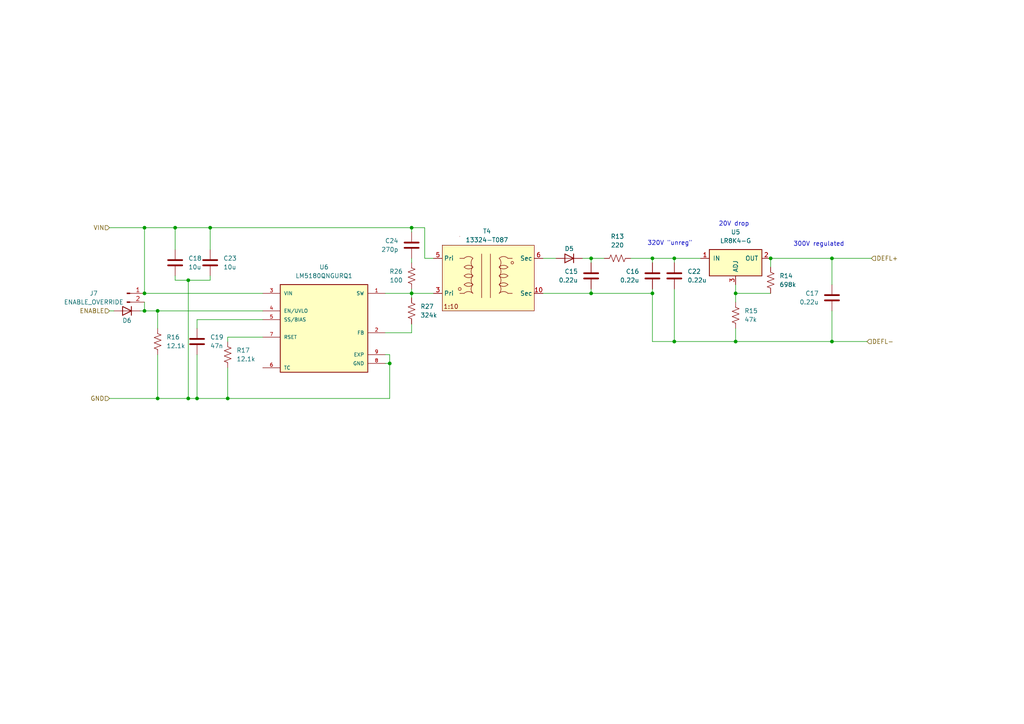
<source format=kicad_sch>
(kicad_sch
	(version 20250114)
	(generator "eeschema")
	(generator_version "9.0")
	(uuid "5d94f647-4216-4d31-91a1-5842f07261a5")
	(paper "A4")
	(lib_symbols
		(symbol "Connector:Conn_01x02_Pin"
			(pin_names
				(offset 1.016)
				(hide yes)
			)
			(exclude_from_sim no)
			(in_bom yes)
			(on_board yes)
			(property "Reference" "J"
				(at 0 2.54 0)
				(effects
					(font
						(size 1.27 1.27)
					)
				)
			)
			(property "Value" "Conn_01x02_Pin"
				(at 0 -5.08 0)
				(effects
					(font
						(size 1.27 1.27)
					)
				)
			)
			(property "Footprint" ""
				(at 0 0 0)
				(effects
					(font
						(size 1.27 1.27)
					)
					(hide yes)
				)
			)
			(property "Datasheet" "~"
				(at 0 0 0)
				(effects
					(font
						(size 1.27 1.27)
					)
					(hide yes)
				)
			)
			(property "Description" "Generic connector, single row, 01x02, script generated"
				(at 0 0 0)
				(effects
					(font
						(size 1.27 1.27)
					)
					(hide yes)
				)
			)
			(property "ki_locked" ""
				(at 0 0 0)
				(effects
					(font
						(size 1.27 1.27)
					)
				)
			)
			(property "ki_keywords" "connector"
				(at 0 0 0)
				(effects
					(font
						(size 1.27 1.27)
					)
					(hide yes)
				)
			)
			(property "ki_fp_filters" "Connector*:*_1x??_*"
				(at 0 0 0)
				(effects
					(font
						(size 1.27 1.27)
					)
					(hide yes)
				)
			)
			(symbol "Conn_01x02_Pin_1_1"
				(rectangle
					(start 0.8636 0.127)
					(end 0 -0.127)
					(stroke
						(width 0.1524)
						(type default)
					)
					(fill
						(type outline)
					)
				)
				(rectangle
					(start 0.8636 -2.413)
					(end 0 -2.667)
					(stroke
						(width 0.1524)
						(type default)
					)
					(fill
						(type outline)
					)
				)
				(polyline
					(pts
						(xy 1.27 0) (xy 0.8636 0)
					)
					(stroke
						(width 0.1524)
						(type default)
					)
					(fill
						(type none)
					)
				)
				(polyline
					(pts
						(xy 1.27 -2.54) (xy 0.8636 -2.54)
					)
					(stroke
						(width 0.1524)
						(type default)
					)
					(fill
						(type none)
					)
				)
				(pin passive line
					(at 5.08 0 180)
					(length 3.81)
					(name "Pin_1"
						(effects
							(font
								(size 1.27 1.27)
							)
						)
					)
					(number "1"
						(effects
							(font
								(size 1.27 1.27)
							)
						)
					)
				)
				(pin passive line
					(at 5.08 -2.54 180)
					(length 3.81)
					(name "Pin_2"
						(effects
							(font
								(size 1.27 1.27)
							)
						)
					)
					(number "2"
						(effects
							(font
								(size 1.27 1.27)
							)
						)
					)
				)
			)
			(embedded_fonts no)
		)
		(symbol "Device:C"
			(pin_numbers
				(hide yes)
			)
			(pin_names
				(offset 0.254)
			)
			(exclude_from_sim no)
			(in_bom yes)
			(on_board yes)
			(property "Reference" "C"
				(at 0.635 2.54 0)
				(effects
					(font
						(size 1.27 1.27)
					)
					(justify left)
				)
			)
			(property "Value" "C"
				(at 0.635 -2.54 0)
				(effects
					(font
						(size 1.27 1.27)
					)
					(justify left)
				)
			)
			(property "Footprint" ""
				(at 0.9652 -3.81 0)
				(effects
					(font
						(size 1.27 1.27)
					)
					(hide yes)
				)
			)
			(property "Datasheet" "~"
				(at 0 0 0)
				(effects
					(font
						(size 1.27 1.27)
					)
					(hide yes)
				)
			)
			(property "Description" "Unpolarized capacitor"
				(at 0 0 0)
				(effects
					(font
						(size 1.27 1.27)
					)
					(hide yes)
				)
			)
			(property "ki_keywords" "cap capacitor"
				(at 0 0 0)
				(effects
					(font
						(size 1.27 1.27)
					)
					(hide yes)
				)
			)
			(property "ki_fp_filters" "C_*"
				(at 0 0 0)
				(effects
					(font
						(size 1.27 1.27)
					)
					(hide yes)
				)
			)
			(symbol "C_0_1"
				(polyline
					(pts
						(xy -2.032 0.762) (xy 2.032 0.762)
					)
					(stroke
						(width 0.508)
						(type default)
					)
					(fill
						(type none)
					)
				)
				(polyline
					(pts
						(xy -2.032 -0.762) (xy 2.032 -0.762)
					)
					(stroke
						(width 0.508)
						(type default)
					)
					(fill
						(type none)
					)
				)
			)
			(symbol "C_1_1"
				(pin passive line
					(at 0 3.81 270)
					(length 2.794)
					(name "~"
						(effects
							(font
								(size 1.27 1.27)
							)
						)
					)
					(number "1"
						(effects
							(font
								(size 1.27 1.27)
							)
						)
					)
				)
				(pin passive line
					(at 0 -3.81 90)
					(length 2.794)
					(name "~"
						(effects
							(font
								(size 1.27 1.27)
							)
						)
					)
					(number "2"
						(effects
							(font
								(size 1.27 1.27)
							)
						)
					)
				)
			)
			(embedded_fonts no)
		)
		(symbol "Device:D"
			(pin_numbers
				(hide yes)
			)
			(pin_names
				(offset 1.016)
				(hide yes)
			)
			(exclude_from_sim no)
			(in_bom yes)
			(on_board yes)
			(property "Reference" "D"
				(at 0 2.54 0)
				(effects
					(font
						(size 1.27 1.27)
					)
				)
			)
			(property "Value" "D"
				(at 0 -2.54 0)
				(effects
					(font
						(size 1.27 1.27)
					)
				)
			)
			(property "Footprint" ""
				(at 0 0 0)
				(effects
					(font
						(size 1.27 1.27)
					)
					(hide yes)
				)
			)
			(property "Datasheet" "~"
				(at 0 0 0)
				(effects
					(font
						(size 1.27 1.27)
					)
					(hide yes)
				)
			)
			(property "Description" "Diode"
				(at 0 0 0)
				(effects
					(font
						(size 1.27 1.27)
					)
					(hide yes)
				)
			)
			(property "Sim.Device" "D"
				(at 0 0 0)
				(effects
					(font
						(size 1.27 1.27)
					)
					(hide yes)
				)
			)
			(property "Sim.Pins" "1=K 2=A"
				(at 0 0 0)
				(effects
					(font
						(size 1.27 1.27)
					)
					(hide yes)
				)
			)
			(property "ki_keywords" "diode"
				(at 0 0 0)
				(effects
					(font
						(size 1.27 1.27)
					)
					(hide yes)
				)
			)
			(property "ki_fp_filters" "TO-???* *_Diode_* *SingleDiode* D_*"
				(at 0 0 0)
				(effects
					(font
						(size 1.27 1.27)
					)
					(hide yes)
				)
			)
			(symbol "D_0_1"
				(polyline
					(pts
						(xy -1.27 1.27) (xy -1.27 -1.27)
					)
					(stroke
						(width 0.254)
						(type default)
					)
					(fill
						(type none)
					)
				)
				(polyline
					(pts
						(xy 1.27 1.27) (xy 1.27 -1.27) (xy -1.27 0) (xy 1.27 1.27)
					)
					(stroke
						(width 0.254)
						(type default)
					)
					(fill
						(type none)
					)
				)
				(polyline
					(pts
						(xy 1.27 0) (xy -1.27 0)
					)
					(stroke
						(width 0)
						(type default)
					)
					(fill
						(type none)
					)
				)
			)
			(symbol "D_1_1"
				(pin passive line
					(at -3.81 0 0)
					(length 2.54)
					(name "K"
						(effects
							(font
								(size 1.27 1.27)
							)
						)
					)
					(number "1"
						(effects
							(font
								(size 1.27 1.27)
							)
						)
					)
				)
				(pin passive line
					(at 3.81 0 180)
					(length 2.54)
					(name "A"
						(effects
							(font
								(size 1.27 1.27)
							)
						)
					)
					(number "2"
						(effects
							(font
								(size 1.27 1.27)
							)
						)
					)
				)
			)
			(embedded_fonts no)
		)
		(symbol "Device:R_US"
			(pin_numbers
				(hide yes)
			)
			(pin_names
				(offset 0)
			)
			(exclude_from_sim no)
			(in_bom yes)
			(on_board yes)
			(property "Reference" "R"
				(at 2.54 0 90)
				(effects
					(font
						(size 1.27 1.27)
					)
				)
			)
			(property "Value" "R_US"
				(at -2.54 0 90)
				(effects
					(font
						(size 1.27 1.27)
					)
				)
			)
			(property "Footprint" ""
				(at 1.016 -0.254 90)
				(effects
					(font
						(size 1.27 1.27)
					)
					(hide yes)
				)
			)
			(property "Datasheet" "~"
				(at 0 0 0)
				(effects
					(font
						(size 1.27 1.27)
					)
					(hide yes)
				)
			)
			(property "Description" "Resistor, US symbol"
				(at 0 0 0)
				(effects
					(font
						(size 1.27 1.27)
					)
					(hide yes)
				)
			)
			(property "ki_keywords" "R res resistor"
				(at 0 0 0)
				(effects
					(font
						(size 1.27 1.27)
					)
					(hide yes)
				)
			)
			(property "ki_fp_filters" "R_*"
				(at 0 0 0)
				(effects
					(font
						(size 1.27 1.27)
					)
					(hide yes)
				)
			)
			(symbol "R_US_0_1"
				(polyline
					(pts
						(xy 0 2.286) (xy 0 2.54)
					)
					(stroke
						(width 0)
						(type default)
					)
					(fill
						(type none)
					)
				)
				(polyline
					(pts
						(xy 0 2.286) (xy 1.016 1.905) (xy 0 1.524) (xy -1.016 1.143) (xy 0 0.762)
					)
					(stroke
						(width 0)
						(type default)
					)
					(fill
						(type none)
					)
				)
				(polyline
					(pts
						(xy 0 0.762) (xy 1.016 0.381) (xy 0 0) (xy -1.016 -0.381) (xy 0 -0.762)
					)
					(stroke
						(width 0)
						(type default)
					)
					(fill
						(type none)
					)
				)
				(polyline
					(pts
						(xy 0 -0.762) (xy 1.016 -1.143) (xy 0 -1.524) (xy -1.016 -1.905) (xy 0 -2.286)
					)
					(stroke
						(width 0)
						(type default)
					)
					(fill
						(type none)
					)
				)
				(polyline
					(pts
						(xy 0 -2.286) (xy 0 -2.54)
					)
					(stroke
						(width 0)
						(type default)
					)
					(fill
						(type none)
					)
				)
			)
			(symbol "R_US_1_1"
				(pin passive line
					(at 0 3.81 270)
					(length 1.27)
					(name "~"
						(effects
							(font
								(size 1.27 1.27)
							)
						)
					)
					(number "1"
						(effects
							(font
								(size 1.27 1.27)
							)
						)
					)
				)
				(pin passive line
					(at 0 -3.81 90)
					(length 1.27)
					(name "~"
						(effects
							(font
								(size 1.27 1.27)
							)
						)
					)
					(number "2"
						(effects
							(font
								(size 1.27 1.27)
							)
						)
					)
				)
			)
			(embedded_fonts no)
		)
		(symbol "LM5180QNGURQ1:LM5180QNGURQ1"
			(pin_names
				(offset 1.016)
			)
			(exclude_from_sim no)
			(in_bom yes)
			(on_board yes)
			(property "Reference" "U"
				(at -12.7 13.97 0)
				(effects
					(font
						(size 1.27 1.27)
					)
					(justify left bottom)
				)
			)
			(property "Value" "LM5180QNGURQ1"
				(at -12.7 -13.97 0)
				(effects
					(font
						(size 1.27 1.27)
					)
					(justify left top)
				)
			)
			(property "Footprint" "LM5180QNGURQ1:SON80P400X400X80-9N"
				(at 0 0 0)
				(effects
					(font
						(size 1.27 1.27)
					)
					(justify bottom)
					(hide yes)
				)
			)
			(property "Datasheet" ""
				(at 0 0 0)
				(effects
					(font
						(size 1.27 1.27)
					)
					(hide yes)
				)
			)
			(property "Description" ""
				(at 0 0 0)
				(effects
					(font
						(size 1.27 1.27)
					)
					(hide yes)
				)
			)
			(property "MF" "Texas Instruments"
				(at 0 0 0)
				(effects
					(font
						(size 1.27 1.27)
					)
					(justify bottom)
					(hide yes)
				)
			)
			(property "MAXIMUM_PACKAGE_HEIGHT" "0.8 mm"
				(at 0 0 0)
				(effects
					(font
						(size 1.27 1.27)
					)
					(justify bottom)
					(hide yes)
				)
			)
			(property "Package" "WSON-8 Texas Instruments"
				(at 0 0 0)
				(effects
					(font
						(size 1.27 1.27)
					)
					(justify bottom)
					(hide yes)
				)
			)
			(property "Price" "None"
				(at 0 0 0)
				(effects
					(font
						(size 1.27 1.27)
					)
					(justify bottom)
					(hide yes)
				)
			)
			(property "Check_prices" "https://www.snapeda.com/parts/LM5180QNGURQ1/Texas+Instruments/view-part/?ref=eda"
				(at 0 0 0)
				(effects
					(font
						(size 1.27 1.27)
					)
					(justify bottom)
					(hide yes)
				)
			)
			(property "STANDARD" "IPC 7351B"
				(at 0 0 0)
				(effects
					(font
						(size 1.27 1.27)
					)
					(justify bottom)
					(hide yes)
				)
			)
			(property "PARTREV" "A"
				(at 0 0 0)
				(effects
					(font
						(size 1.27 1.27)
					)
					(justify bottom)
					(hide yes)
				)
			)
			(property "SnapEDA_Link" "https://www.snapeda.com/parts/LM5180QNGURQ1/Texas+Instruments/view-part/?ref=snap"
				(at 0 0 0)
				(effects
					(font
						(size 1.27 1.27)
					)
					(justify bottom)
					(hide yes)
				)
			)
			(property "MP" "LM5180QNGURQ1"
				(at 0 0 0)
				(effects
					(font
						(size 1.27 1.27)
					)
					(justify bottom)
					(hide yes)
				)
			)
			(property "Description_1" "\n                        \n                            Automotive 65-VIN no-opto flyback converter with 100-V, 1.5-A integrated MOSFET\n                        \n"
				(at 0 0 0)
				(effects
					(font
						(size 1.27 1.27)
					)
					(justify bottom)
					(hide yes)
				)
			)
			(property "Availability" "In Stock"
				(at 0 0 0)
				(effects
					(font
						(size 1.27 1.27)
					)
					(justify bottom)
					(hide yes)
				)
			)
			(property "MANUFACTURER" "Texas Instruments"
				(at 0 0 0)
				(effects
					(font
						(size 1.27 1.27)
					)
					(justify bottom)
					(hide yes)
				)
			)
			(symbol "LM5180QNGURQ1_0_0"
				(rectangle
					(start -12.7 -12.7)
					(end 12.7 12.7)
					(stroke
						(width 0.254)
						(type default)
					)
					(fill
						(type background)
					)
				)
				(pin input line
					(at -17.78 10.16 0)
					(length 5.08)
					(name "VIN"
						(effects
							(font
								(size 1.016 1.016)
							)
						)
					)
					(number "3"
						(effects
							(font
								(size 1.016 1.016)
							)
						)
					)
				)
				(pin input line
					(at -17.78 5.08 0)
					(length 5.08)
					(name "EN/UVLO"
						(effects
							(font
								(size 1.016 1.016)
							)
						)
					)
					(number "4"
						(effects
							(font
								(size 1.016 1.016)
							)
						)
					)
				)
				(pin input line
					(at -17.78 2.54 0)
					(length 5.08)
					(name "SS/BIAS"
						(effects
							(font
								(size 1.016 1.016)
							)
						)
					)
					(number "5"
						(effects
							(font
								(size 1.016 1.016)
							)
						)
					)
				)
				(pin passive line
					(at -17.78 -2.54 0)
					(length 5.08)
					(name "RSET"
						(effects
							(font
								(size 1.016 1.016)
							)
						)
					)
					(number "7"
						(effects
							(font
								(size 1.016 1.016)
							)
						)
					)
				)
				(pin passive line
					(at -17.78 -11.43 0)
					(length 5.08)
					(name "TC"
						(effects
							(font
								(size 1.016 1.016)
							)
						)
					)
					(number "6"
						(effects
							(font
								(size 1.016 1.016)
							)
						)
					)
				)
				(pin output line
					(at 17.78 10.16 180)
					(length 5.08)
					(name "SW"
						(effects
							(font
								(size 1.016 1.016)
							)
						)
					)
					(number "1"
						(effects
							(font
								(size 1.016 1.016)
							)
						)
					)
				)
				(pin input line
					(at 17.78 -1.27 180)
					(length 5.08)
					(name "FB"
						(effects
							(font
								(size 1.016 1.016)
							)
						)
					)
					(number "2"
						(effects
							(font
								(size 1.016 1.016)
							)
						)
					)
				)
				(pin power_in line
					(at 17.78 -7.62 180)
					(length 5.08)
					(name "EXP"
						(effects
							(font
								(size 1.016 1.016)
							)
						)
					)
					(number "9"
						(effects
							(font
								(size 1.016 1.016)
							)
						)
					)
				)
				(pin power_in line
					(at 17.78 -10.16 180)
					(length 5.08)
					(name "GND"
						(effects
							(font
								(size 1.016 1.016)
							)
						)
					)
					(number "8"
						(effects
							(font
								(size 1.016 1.016)
							)
						)
					)
				)
			)
			(embedded_fonts no)
		)
		(symbol "Regulator_Linear:LR8K4-G"
			(pin_names
				(offset 1.016)
			)
			(exclude_from_sim no)
			(in_bom yes)
			(on_board yes)
			(property "Reference" "U"
				(at -7.62 3.81 0)
				(effects
					(font
						(size 1.27 1.27)
					)
					(justify left)
				)
			)
			(property "Value" "LR8K4-G"
				(at 0 3.81 0)
				(effects
					(font
						(size 1.27 1.27)
					)
					(justify left)
				)
			)
			(property "Footprint" "Package_TO_SOT_SMD:TO-252-2"
				(at 0 -11.43 0)
				(effects
					(font
						(size 1.27 1.27)
					)
					(hide yes)
				)
			)
			(property "Datasheet" "http://ww1.microchip.com/downloads/en/DeviceDoc/20005399B.pdf"
				(at 0 0 0)
				(effects
					(font
						(size 1.27 1.27)
					)
					(hide yes)
				)
			)
			(property "Description" "30mA 450V High-Voltage Linear Regulator (Adjustable), TO-252 (D-PAK)"
				(at 0 0 0)
				(effects
					(font
						(size 1.27 1.27)
					)
					(hide yes)
				)
			)
			(property "ki_keywords" "High-Voltage Regulator Adjustable Positive"
				(at 0 0 0)
				(effects
					(font
						(size 1.27 1.27)
					)
					(hide yes)
				)
			)
			(property "ki_fp_filters" "TO*252*"
				(at 0 0 0)
				(effects
					(font
						(size 1.27 1.27)
					)
					(hide yes)
				)
			)
			(symbol "LR8K4-G_0_1"
				(rectangle
					(start -7.62 2.54)
					(end 7.62 -5.08)
					(stroke
						(width 0.254)
						(type default)
					)
					(fill
						(type background)
					)
				)
			)
			(symbol "LR8K4-G_1_1"
				(pin input line
					(at -10.16 0 0)
					(length 2.54)
					(name "IN"
						(effects
							(font
								(size 1.27 1.27)
							)
						)
					)
					(number "1"
						(effects
							(font
								(size 1.27 1.27)
							)
						)
					)
				)
				(pin input line
					(at 0 -7.62 90)
					(length 2.54)
					(name "ADJ"
						(effects
							(font
								(size 1.27 1.27)
							)
						)
					)
					(number "3"
						(effects
							(font
								(size 1.27 1.27)
							)
						)
					)
				)
				(pin power_out line
					(at 10.16 0 180)
					(length 2.54)
					(name "OUT"
						(effects
							(font
								(size 1.27 1.27)
							)
						)
					)
					(number "2"
						(effects
							(font
								(size 1.27 1.27)
							)
						)
					)
				)
			)
			(embedded_fonts no)
		)
		(symbol "Sumida_13324-T087:13324-T087"
			(exclude_from_sim no)
			(in_bom yes)
			(on_board yes)
			(property "Reference" "T"
				(at 10.8791 -11.4497 0)
				(effects
					(font
						(size 1.27 1.27)
					)
				)
			)
			(property "Value" "13324-T087"
				(at 7.4953 -8.9709 0)
				(effects
					(font
						(size 1.27 1.27)
					)
				)
			)
			(property "Footprint" "13324-T087:13324-T087"
				(at 0 -13.97 0)
				(effects
					(font
						(size 1.27 1.27)
					)
					(hide yes)
				)
			)
			(property "Datasheet" ""
				(at -10.16 -11.43 0)
				(effects
					(font
						(size 1.27 1.27)
					)
					(hide yes)
				)
			)
			(property "Description" ""
				(at 0 0 0)
				(effects
					(font
						(size 1.27 1.27)
					)
					(hide yes)
				)
			)
			(symbol "13324-T087_0_0"
				(circle
					(center -7.62 -3.81)
					(radius 0.4118)
					(stroke
						(width 0)
						(type default)
					)
					(fill
						(type none)
					)
				)
				(circle
					(center 7.62 3.81)
					(radius 0.3652)
					(stroke
						(width 0)
						(type default)
					)
					(fill
						(type none)
					)
				)
				(text "1:10"
					(at -10.16 -8.89 0)
					(effects
						(font
							(size 1.27 1.27)
						)
					)
				)
			)
			(symbol "13324-T087_0_1"
				(rectangle
					(start -12.7 8.89)
					(end -12.7 8.89)
					(stroke
						(width 0)
						(type default)
					)
					(fill
						(type none)
					)
				)
				(rectangle
					(start -12.7 8.89)
					(end 13.97 -10.16)
					(stroke
						(width 0)
						(type default)
					)
					(fill
						(type background)
					)
				)
				(rectangle
					(start -10.16 8.89)
					(end -10.16 8.89)
					(stroke
						(width 0)
						(type default)
					)
					(fill
						(type none)
					)
				)
				(rectangle
					(start -7.62 11.43)
					(end -7.62 11.43)
					(stroke
						(width 0)
						(type default)
					)
					(fill
						(type none)
					)
				)
				(polyline
					(pts
						(xy -7.62 5.08) (xy -6.35 5.08)
					)
					(stroke
						(width 0)
						(type default)
					)
					(fill
						(type none)
					)
				)
				(polyline
					(pts
						(xy -6.35 -5.08) (xy -7.62 -5.08)
					)
					(stroke
						(width 0)
						(type default)
					)
					(fill
						(type none)
					)
				)
				(arc
					(start -3.81 2.54)
					(mid -5.08 2.014)
					(end -6.35 2.54)
					(stroke
						(width 0)
						(type default)
					)
					(fill
						(type none)
					)
				)
				(arc
					(start -6.35 5.08)
					(mid -5.08 5.606)
					(end -3.81 5.08)
					(stroke
						(width 0)
						(type default)
					)
					(fill
						(type none)
					)
				)
				(arc
					(start -3.81 0)
					(mid -5.08 -0.526)
					(end -6.35 0)
					(stroke
						(width 0)
						(type default)
					)
					(fill
						(type none)
					)
				)
				(arc
					(start -6.35 2.54)
					(mid -5.08 3.066)
					(end -3.81 2.54)
					(stroke
						(width 0)
						(type default)
					)
					(fill
						(type none)
					)
				)
				(arc
					(start -3.81 -2.54)
					(mid -5.08 -3.066)
					(end -6.35 -2.54)
					(stroke
						(width 0)
						(type default)
					)
					(fill
						(type none)
					)
				)
				(arc
					(start -6.35 0)
					(mid -5.08 0.526)
					(end -3.81 0)
					(stroke
						(width 0)
						(type default)
					)
					(fill
						(type none)
					)
				)
				(arc
					(start -6.35 -2.54)
					(mid -5.08 -2.014)
					(end -3.81 -2.54)
					(stroke
						(width 0)
						(type default)
					)
					(fill
						(type none)
					)
				)
				(arc
					(start -6.35 -5.08)
					(mid -5.08 -4.554)
					(end -3.81 -5.08)
					(stroke
						(width 0)
						(type default)
					)
					(fill
						(type none)
					)
				)
				(arc
					(start -3.81 2.54)
					(mid -4.336 3.81)
					(end -3.81 5.08)
					(stroke
						(width 0)
						(type default)
					)
					(fill
						(type none)
					)
				)
				(arc
					(start -3.81 0)
					(mid -4.336 1.27)
					(end -3.81 2.54)
					(stroke
						(width 0)
						(type default)
					)
					(fill
						(type none)
					)
				)
				(arc
					(start -3.81 -2.54)
					(mid -4.336 -1.27)
					(end -3.81 0)
					(stroke
						(width 0)
						(type default)
					)
					(fill
						(type none)
					)
				)
				(arc
					(start -3.81 -5.08)
					(mid -4.336 -3.81)
					(end -3.81 -2.54)
					(stroke
						(width 0)
						(type default)
					)
					(fill
						(type none)
					)
				)
				(polyline
					(pts
						(xy -1.27 6.35) (xy -1.27 -6.35)
					)
					(stroke
						(width 0)
						(type default)
					)
					(fill
						(type none)
					)
				)
				(polyline
					(pts
						(xy 1.27 6.35) (xy 1.27 -6.35)
					)
					(stroke
						(width 0)
						(type default)
					)
					(fill
						(type none)
					)
				)
				(arc
					(start 3.81 5.08)
					(mid 4.3361 3.81)
					(end 3.81 2.54)
					(stroke
						(width 0)
						(type default)
					)
					(fill
						(type none)
					)
				)
				(arc
					(start 3.81 2.54)
					(mid 4.3361 1.27)
					(end 3.81 0)
					(stroke
						(width 0)
						(type default)
					)
					(fill
						(type none)
					)
				)
				(arc
					(start 3.81 0)
					(mid 4.3361 -1.27)
					(end 3.81 -2.54)
					(stroke
						(width 0)
						(type default)
					)
					(fill
						(type none)
					)
				)
				(arc
					(start 3.81 -2.54)
					(mid 4.3361 -3.81)
					(end 3.81 -5.08)
					(stroke
						(width 0)
						(type default)
					)
					(fill
						(type none)
					)
				)
				(arc
					(start 6.35 2.54)
					(mid 5.08 2.014)
					(end 3.81 2.54)
					(stroke
						(width 0)
						(type default)
					)
					(fill
						(type none)
					)
				)
				(arc
					(start 3.81 5.08)
					(mid 5.08 5.606)
					(end 6.35 5.08)
					(stroke
						(width 0)
						(type default)
					)
					(fill
						(type none)
					)
				)
				(arc
					(start 6.35 0)
					(mid 5.08 -0.526)
					(end 3.81 0)
					(stroke
						(width 0)
						(type default)
					)
					(fill
						(type none)
					)
				)
				(arc
					(start 3.81 2.54)
					(mid 5.08 3.066)
					(end 6.35 2.54)
					(stroke
						(width 0)
						(type default)
					)
					(fill
						(type none)
					)
				)
				(arc
					(start 6.35 -2.54)
					(mid 5.08 -3.066)
					(end 3.81 -2.54)
					(stroke
						(width 0)
						(type default)
					)
					(fill
						(type none)
					)
				)
				(arc
					(start 3.81 0)
					(mid 5.08 0.526)
					(end 6.35 0)
					(stroke
						(width 0)
						(type default)
					)
					(fill
						(type none)
					)
				)
				(arc
					(start 3.81 -2.54)
					(mid 5.08 -2.014)
					(end 6.35 -2.54)
					(stroke
						(width 0)
						(type default)
					)
					(fill
						(type none)
					)
				)
				(arc
					(start 3.81 -5.08)
					(mid 5.08 -4.554)
					(end 6.35 -5.08)
					(stroke
						(width 0)
						(type default)
					)
					(fill
						(type none)
					)
				)
				(polyline
					(pts
						(xy 6.35 -5.08) (xy 7.62 -5.08)
					)
					(stroke
						(width 0)
						(type default)
					)
					(fill
						(type none)
					)
				)
				(polyline
					(pts
						(xy 7.62 5.08) (xy 6.35 5.08)
					)
					(stroke
						(width 0)
						(type default)
					)
					(fill
						(type none)
					)
				)
			)
			(symbol "13324-T087_1_1"
				(pin input line
					(at -15.24 5.08 0)
					(length 2.54)
					(name "Pri"
						(effects
							(font
								(size 1.27 1.27)
							)
						)
					)
					(number "5"
						(effects
							(font
								(size 1.27 1.27)
							)
						)
					)
				)
				(pin input line
					(at -15.24 -5.08 0)
					(length 2.54)
					(name "Pri"
						(effects
							(font
								(size 1.27 1.27)
							)
						)
					)
					(number "3"
						(effects
							(font
								(size 1.27 1.27)
							)
						)
					)
				)
				(pin output line
					(at 16.51 5.08 180)
					(length 2.54)
					(name "Sec"
						(effects
							(font
								(size 1.27 1.27)
							)
						)
					)
					(number "6"
						(effects
							(font
								(size 1.27 1.27)
							)
						)
					)
				)
				(pin output line
					(at 16.51 -5.08 180)
					(length 2.54)
					(name "Sec"
						(effects
							(font
								(size 1.27 1.27)
							)
						)
					)
					(number "10"
						(effects
							(font
								(size 1.27 1.27)
							)
						)
					)
				)
			)
			(embedded_fonts no)
		)
	)
	(text "320V \"unreg\"\n"
		(exclude_from_sim no)
		(at 194.31 70.612 0)
		(effects
			(font
				(size 1.27 1.27)
			)
		)
		(uuid "4b50a6fa-9730-4b5c-9134-0f75692c2e20")
	)
	(text "20V drop "
		(exclude_from_sim no)
		(at 213.36 65.024 0)
		(effects
			(font
				(size 1.27 1.27)
			)
		)
		(uuid "e8099511-6bb5-40a1-b5e9-53eb6b528016")
	)
	(text "300V regulated"
		(exclude_from_sim no)
		(at 237.49 70.866 0)
		(effects
			(font
				(size 1.27 1.27)
			)
		)
		(uuid "ed1182b4-98a0-4400-82b9-209b97806119")
	)
	(junction
		(at 54.61 81.28)
		(diameter 0)
		(color 0 0 0 0)
		(uuid "06dd3d66-edc0-4279-a651-237ba7338707")
	)
	(junction
		(at 45.72 115.57)
		(diameter 0)
		(color 0 0 0 0)
		(uuid "0a069b1d-b738-42b3-b246-eececbf94828")
	)
	(junction
		(at 119.38 85.09)
		(diameter 0)
		(color 0 0 0 0)
		(uuid "16e89cbd-5ce8-48be-a090-2ce0583fc960")
	)
	(junction
		(at 195.58 99.06)
		(diameter 0)
		(color 0 0 0 0)
		(uuid "1f693c05-c768-40b0-82e9-4d9c16f72520")
	)
	(junction
		(at 213.36 85.09)
		(diameter 0)
		(color 0 0 0 0)
		(uuid "203bb85c-80e9-4fbc-9693-7171827ed306")
	)
	(junction
		(at 66.04 115.57)
		(diameter 0)
		(color 0 0 0 0)
		(uuid "206e5531-bbca-4f38-a175-dca1c84c3fd9")
	)
	(junction
		(at 54.61 115.57)
		(diameter 0)
		(color 0 0 0 0)
		(uuid "260400f2-faf0-4043-966d-79bad0e14d40")
	)
	(junction
		(at 241.3 74.93)
		(diameter 0)
		(color 0 0 0 0)
		(uuid "2ee3f450-d615-4352-98c7-97826f924c03")
	)
	(junction
		(at 113.03 105.41)
		(diameter 0)
		(color 0 0 0 0)
		(uuid "3046461c-008b-470c-a13c-8e1911796829")
	)
	(junction
		(at 41.91 90.17)
		(diameter 0)
		(color 0 0 0 0)
		(uuid "37c281e6-870b-4f6b-8ccf-acb90c0521c3")
	)
	(junction
		(at 119.38 66.04)
		(diameter 0)
		(color 0 0 0 0)
		(uuid "42fc6719-b235-482d-9541-381b64724877")
	)
	(junction
		(at 60.96 66.04)
		(diameter 0)
		(color 0 0 0 0)
		(uuid "4b4bb6b3-d7bc-490f-9c23-481e4482f78c")
	)
	(junction
		(at 195.58 74.93)
		(diameter 0)
		(color 0 0 0 0)
		(uuid "4ec8163c-3bf5-4919-b021-dd1e472a78d2")
	)
	(junction
		(at 213.36 99.06)
		(diameter 0)
		(color 0 0 0 0)
		(uuid "55b75ada-7d34-4605-8ffd-f8eb1bcfe009")
	)
	(junction
		(at 241.3 99.06)
		(diameter 0)
		(color 0 0 0 0)
		(uuid "592054ca-84c7-4203-bd3a-4d4324a93ca9")
	)
	(junction
		(at 41.91 85.09)
		(diameter 0)
		(color 0 0 0 0)
		(uuid "68787df2-56ac-4376-9f9e-578e8c3000ab")
	)
	(junction
		(at 45.72 90.17)
		(diameter 0)
		(color 0 0 0 0)
		(uuid "6901b6ef-c62d-4e84-a2e0-71032a3b819a")
	)
	(junction
		(at 189.23 74.93)
		(diameter 0)
		(color 0 0 0 0)
		(uuid "8e7a07d9-721f-4864-be1c-7ee26a205eb4")
	)
	(junction
		(at 223.52 74.93)
		(diameter 0)
		(color 0 0 0 0)
		(uuid "b246be61-55be-466d-ba3a-0d4ab46f0ed3")
	)
	(junction
		(at 171.45 74.93)
		(diameter 0)
		(color 0 0 0 0)
		(uuid "d2c92be0-31c2-4efd-b398-450ba60cfe5a")
	)
	(junction
		(at 57.15 115.57)
		(diameter 0)
		(color 0 0 0 0)
		(uuid "e6c1b305-98ac-4db3-87be-9d3a6c112d64")
	)
	(junction
		(at 41.91 66.04)
		(diameter 0)
		(color 0 0 0 0)
		(uuid "e8177fd6-5197-4477-9e23-37baa3116ac3")
	)
	(junction
		(at 50.8 66.04)
		(diameter 0)
		(color 0 0 0 0)
		(uuid "efbf7afc-f409-4f78-aa6d-8913fcba091b")
	)
	(junction
		(at 189.23 85.09)
		(diameter 0)
		(color 0 0 0 0)
		(uuid "f0257205-8da1-4da0-9bdc-fb3207f3a96b")
	)
	(junction
		(at 171.45 85.09)
		(diameter 0)
		(color 0 0 0 0)
		(uuid "f756271c-d0e2-4572-b7b1-dcd884cd8fff")
	)
	(wire
		(pts
			(xy 113.03 105.41) (xy 113.03 115.57)
		)
		(stroke
			(width 0)
			(type default)
		)
		(uuid "043142ed-c78b-41ca-96f6-1b36814cb27e")
	)
	(wire
		(pts
			(xy 45.72 102.87) (xy 45.72 115.57)
		)
		(stroke
			(width 0)
			(type default)
		)
		(uuid "090aacc0-cabb-4d03-aa6d-cf06865f4a9b")
	)
	(wire
		(pts
			(xy 76.2 97.79) (xy 66.04 97.79)
		)
		(stroke
			(width 0)
			(type default)
		)
		(uuid "099fb49e-b24d-4689-b07a-f2cde8ae9d4c")
	)
	(wire
		(pts
			(xy 60.96 81.28) (xy 60.96 80.01)
		)
		(stroke
			(width 0)
			(type default)
		)
		(uuid "0ee1e59a-86af-4bd3-ae82-260a7869e173")
	)
	(wire
		(pts
			(xy 66.04 97.79) (xy 66.04 99.06)
		)
		(stroke
			(width 0)
			(type default)
		)
		(uuid "12e87a14-6667-4a8c-9fe5-4a78fbe0f703")
	)
	(wire
		(pts
			(xy 213.36 95.25) (xy 213.36 99.06)
		)
		(stroke
			(width 0)
			(type default)
		)
		(uuid "12ec1037-291e-480e-b755-1e9f8feeeecf")
	)
	(wire
		(pts
			(xy 223.52 74.93) (xy 241.3 74.93)
		)
		(stroke
			(width 0)
			(type default)
		)
		(uuid "13681b47-7a94-4672-863f-1c92b877244d")
	)
	(wire
		(pts
			(xy 54.61 115.57) (xy 57.15 115.57)
		)
		(stroke
			(width 0)
			(type default)
		)
		(uuid "1723b944-6c56-498a-a13a-e71d197db8f8")
	)
	(wire
		(pts
			(xy 119.38 85.09) (xy 125.73 85.09)
		)
		(stroke
			(width 0)
			(type default)
		)
		(uuid "1912268c-74c9-4b9c-9423-dfbb4a853dd2")
	)
	(wire
		(pts
			(xy 45.72 90.17) (xy 41.91 90.17)
		)
		(stroke
			(width 0)
			(type default)
		)
		(uuid "1c0e749b-8708-40ae-a58b-8103d5fd24f7")
	)
	(wire
		(pts
			(xy 31.75 115.57) (xy 45.72 115.57)
		)
		(stroke
			(width 0)
			(type default)
		)
		(uuid "23196ec3-0bc2-4a1f-aa5c-9bbb9f0e5cc8")
	)
	(wire
		(pts
			(xy 54.61 81.28) (xy 60.96 81.28)
		)
		(stroke
			(width 0)
			(type default)
		)
		(uuid "235d038e-748b-487e-b9a3-4d2ed57b1a71")
	)
	(wire
		(pts
			(xy 111.76 96.52) (xy 119.38 96.52)
		)
		(stroke
			(width 0)
			(type default)
		)
		(uuid "2412e618-355a-45b2-a4ed-dc619faa9899")
	)
	(wire
		(pts
			(xy 195.58 99.06) (xy 213.36 99.06)
		)
		(stroke
			(width 0)
			(type default)
		)
		(uuid "24643d63-191d-49fd-9f22-86de3a7e8642")
	)
	(wire
		(pts
			(xy 57.15 102.87) (xy 57.15 115.57)
		)
		(stroke
			(width 0)
			(type default)
		)
		(uuid "2a1b3233-eb42-4edc-a043-b93222bd5b13")
	)
	(wire
		(pts
			(xy 171.45 85.09) (xy 189.23 85.09)
		)
		(stroke
			(width 0)
			(type default)
		)
		(uuid "2ab44478-be05-45d9-93d6-e017f365ffdf")
	)
	(wire
		(pts
			(xy 189.23 85.09) (xy 189.23 99.06)
		)
		(stroke
			(width 0)
			(type default)
		)
		(uuid "2ae42047-bc1d-4e05-bdff-eda0187e29b9")
	)
	(wire
		(pts
			(xy 123.19 74.93) (xy 123.19 66.04)
		)
		(stroke
			(width 0)
			(type default)
		)
		(uuid "2e42fe67-01a5-4ffb-be41-43003cbdf7ef")
	)
	(wire
		(pts
			(xy 45.72 115.57) (xy 54.61 115.57)
		)
		(stroke
			(width 0)
			(type default)
		)
		(uuid "31f5c056-1560-4c9e-8270-0a28ca1a2ae3")
	)
	(wire
		(pts
			(xy 189.23 83.82) (xy 189.23 85.09)
		)
		(stroke
			(width 0)
			(type default)
		)
		(uuid "33c5064b-d4b7-4273-9bc0-718fed295306")
	)
	(wire
		(pts
			(xy 213.36 99.06) (xy 241.3 99.06)
		)
		(stroke
			(width 0)
			(type default)
		)
		(uuid "389b18a0-a6b8-4612-8992-b3ed580502fe")
	)
	(wire
		(pts
			(xy 213.36 85.09) (xy 213.36 87.63)
		)
		(stroke
			(width 0)
			(type default)
		)
		(uuid "3d37f9bd-590f-410d-8710-dcd13d08de04")
	)
	(wire
		(pts
			(xy 171.45 74.93) (xy 171.45 76.2)
		)
		(stroke
			(width 0)
			(type default)
		)
		(uuid "3d5c1964-79d9-449c-b648-e4ca973d52fb")
	)
	(wire
		(pts
			(xy 223.52 74.93) (xy 223.52 77.47)
		)
		(stroke
			(width 0)
			(type default)
		)
		(uuid "3d696f19-d3db-45da-98d0-c441b4b9af07")
	)
	(wire
		(pts
			(xy 60.96 66.04) (xy 50.8 66.04)
		)
		(stroke
			(width 0)
			(type default)
		)
		(uuid "4170603a-5408-455a-8915-02c7632d798b")
	)
	(wire
		(pts
			(xy 40.64 90.17) (xy 41.91 90.17)
		)
		(stroke
			(width 0)
			(type default)
		)
		(uuid "437ebc93-fe21-4676-a54e-7fe9673bdc59")
	)
	(wire
		(pts
			(xy 119.38 66.04) (xy 60.96 66.04)
		)
		(stroke
			(width 0)
			(type default)
		)
		(uuid "45a8b918-cb7b-4f98-b94a-6331cae03ccd")
	)
	(wire
		(pts
			(xy 241.3 90.17) (xy 241.3 99.06)
		)
		(stroke
			(width 0)
			(type default)
		)
		(uuid "48276f81-33b6-4389-85f4-678b4f80b9c4")
	)
	(wire
		(pts
			(xy 223.52 85.09) (xy 213.36 85.09)
		)
		(stroke
			(width 0)
			(type default)
		)
		(uuid "4d4bd21d-f8cf-4244-a6ff-27a5cd8534f1")
	)
	(wire
		(pts
			(xy 241.3 74.93) (xy 241.3 82.55)
		)
		(stroke
			(width 0)
			(type default)
		)
		(uuid "5589d456-55cc-4793-891a-c2c09fec1919")
	)
	(wire
		(pts
			(xy 31.75 90.17) (xy 33.02 90.17)
		)
		(stroke
			(width 0)
			(type default)
		)
		(uuid "58982c09-1b94-4c99-bb05-2b9fad31d6cc")
	)
	(wire
		(pts
			(xy 111.76 102.87) (xy 113.03 102.87)
		)
		(stroke
			(width 0)
			(type default)
		)
		(uuid "5b180291-8057-4ac8-9e00-51c0adb1f974")
	)
	(wire
		(pts
			(xy 125.73 74.93) (xy 123.19 74.93)
		)
		(stroke
			(width 0)
			(type default)
		)
		(uuid "5f74fd99-404f-497e-9965-071b4d35ed12")
	)
	(wire
		(pts
			(xy 168.91 74.93) (xy 171.45 74.93)
		)
		(stroke
			(width 0)
			(type default)
		)
		(uuid "665a165e-9e03-42e0-8ed0-4d7c46a23e19")
	)
	(wire
		(pts
			(xy 50.8 66.04) (xy 41.91 66.04)
		)
		(stroke
			(width 0)
			(type default)
		)
		(uuid "6a830a1d-5a79-4933-9006-b0e8174190bf")
	)
	(wire
		(pts
			(xy 57.15 115.57) (xy 66.04 115.57)
		)
		(stroke
			(width 0)
			(type default)
		)
		(uuid "746838de-5d03-4f2b-8081-f95a46878be2")
	)
	(wire
		(pts
			(xy 195.58 83.82) (xy 195.58 99.06)
		)
		(stroke
			(width 0)
			(type default)
		)
		(uuid "7540e145-85d6-44ac-ac8e-118a88da95f4")
	)
	(wire
		(pts
			(xy 111.76 85.09) (xy 119.38 85.09)
		)
		(stroke
			(width 0)
			(type default)
		)
		(uuid "75449230-8ecb-4e20-9155-8c1f03acd3d8")
	)
	(wire
		(pts
			(xy 60.96 66.04) (xy 60.96 72.39)
		)
		(stroke
			(width 0)
			(type default)
		)
		(uuid "75ac3149-b503-4a41-9900-7b4e1631344f")
	)
	(wire
		(pts
			(xy 119.38 85.09) (xy 119.38 86.36)
		)
		(stroke
			(width 0)
			(type default)
		)
		(uuid "7624f024-c74f-4e41-ad1e-05fb44d888b7")
	)
	(wire
		(pts
			(xy 195.58 74.93) (xy 203.2 74.93)
		)
		(stroke
			(width 0)
			(type default)
		)
		(uuid "77033e26-58f0-4855-a112-de1f7136d184")
	)
	(wire
		(pts
			(xy 50.8 66.04) (xy 50.8 72.39)
		)
		(stroke
			(width 0)
			(type default)
		)
		(uuid "78931166-2fb3-4ec0-a9c8-f33690f1e2b4")
	)
	(wire
		(pts
			(xy 66.04 115.57) (xy 113.03 115.57)
		)
		(stroke
			(width 0)
			(type default)
		)
		(uuid "7ec8708d-85f5-4800-afe0-32a988567609")
	)
	(wire
		(pts
			(xy 157.48 74.93) (xy 161.29 74.93)
		)
		(stroke
			(width 0)
			(type default)
		)
		(uuid "83a16563-d18c-4c45-84de-07868458fee6")
	)
	(wire
		(pts
			(xy 189.23 99.06) (xy 195.58 99.06)
		)
		(stroke
			(width 0)
			(type default)
		)
		(uuid "8413c9c5-f9c8-4fe8-bde3-a064b6c1a192")
	)
	(wire
		(pts
			(xy 189.23 74.93) (xy 195.58 74.93)
		)
		(stroke
			(width 0)
			(type default)
		)
		(uuid "8f8d17ee-c05b-4a6c-b89b-ef31cd39e40a")
	)
	(wire
		(pts
			(xy 45.72 90.17) (xy 45.72 95.25)
		)
		(stroke
			(width 0)
			(type default)
		)
		(uuid "9b8b8816-80cb-4ab6-b855-fecff7deadf9")
	)
	(wire
		(pts
			(xy 157.48 85.09) (xy 171.45 85.09)
		)
		(stroke
			(width 0)
			(type default)
		)
		(uuid "a1740c2f-6659-4368-baa9-06a4ff5863b2")
	)
	(wire
		(pts
			(xy 241.3 99.06) (xy 251.46 99.06)
		)
		(stroke
			(width 0)
			(type default)
		)
		(uuid "a45b40d0-1f18-4e3b-9210-c44c9ef99679")
	)
	(wire
		(pts
			(xy 241.3 74.93) (xy 252.73 74.93)
		)
		(stroke
			(width 0)
			(type default)
		)
		(uuid "a668ec28-254b-4dc5-a7c2-19d5b68d3b25")
	)
	(wire
		(pts
			(xy 41.91 87.63) (xy 41.91 90.17)
		)
		(stroke
			(width 0)
			(type default)
		)
		(uuid "a76d4a52-a77c-4d6d-b673-8cff0eef6589")
	)
	(wire
		(pts
			(xy 123.19 66.04) (xy 119.38 66.04)
		)
		(stroke
			(width 0)
			(type default)
		)
		(uuid "aa4d5222-c816-4b44-8297-f1e6d756b015")
	)
	(wire
		(pts
			(xy 66.04 106.68) (xy 66.04 115.57)
		)
		(stroke
			(width 0)
			(type default)
		)
		(uuid "ac3bf408-83d7-4756-9028-d357a08e76ad")
	)
	(wire
		(pts
			(xy 171.45 83.82) (xy 171.45 85.09)
		)
		(stroke
			(width 0)
			(type default)
		)
		(uuid "af6e6152-3ea3-407b-9d9c-6e333a237e6d")
	)
	(wire
		(pts
			(xy 119.38 66.04) (xy 119.38 67.31)
		)
		(stroke
			(width 0)
			(type default)
		)
		(uuid "af8a33ae-f619-4c05-a315-d8f9ea800b53")
	)
	(wire
		(pts
			(xy 113.03 102.87) (xy 113.03 105.41)
		)
		(stroke
			(width 0)
			(type default)
		)
		(uuid "b2c37102-208b-4465-b965-83aa92096092")
	)
	(wire
		(pts
			(xy 119.38 83.82) (xy 119.38 85.09)
		)
		(stroke
			(width 0)
			(type default)
		)
		(uuid "b7146778-9996-4182-ae32-dced61567567")
	)
	(wire
		(pts
			(xy 41.91 85.09) (xy 76.2 85.09)
		)
		(stroke
			(width 0)
			(type default)
		)
		(uuid "ba632c67-1eea-42ef-8218-4dd6265f6b61")
	)
	(wire
		(pts
			(xy 41.91 66.04) (xy 41.91 85.09)
		)
		(stroke
			(width 0)
			(type default)
		)
		(uuid "bbecca2d-4a05-459d-b7a9-aef306e91179")
	)
	(wire
		(pts
			(xy 182.88 74.93) (xy 189.23 74.93)
		)
		(stroke
			(width 0)
			(type default)
		)
		(uuid "bca902e2-1c90-430b-9c2b-40b3c65dae46")
	)
	(wire
		(pts
			(xy 76.2 92.71) (xy 57.15 92.71)
		)
		(stroke
			(width 0)
			(type default)
		)
		(uuid "c3c6d31e-f992-46c4-aa10-b6cc646bc15d")
	)
	(wire
		(pts
			(xy 171.45 74.93) (xy 175.26 74.93)
		)
		(stroke
			(width 0)
			(type default)
		)
		(uuid "c8e05790-0f42-4d45-81e4-ea630d4c04bd")
	)
	(wire
		(pts
			(xy 57.15 92.71) (xy 57.15 95.25)
		)
		(stroke
			(width 0)
			(type default)
		)
		(uuid "d15db52f-aba4-4dec-84d2-e2a6fb08c090")
	)
	(wire
		(pts
			(xy 50.8 81.28) (xy 54.61 81.28)
		)
		(stroke
			(width 0)
			(type default)
		)
		(uuid "d695ea83-2d71-4eae-b240-2151b2470724")
	)
	(wire
		(pts
			(xy 195.58 74.93) (xy 195.58 76.2)
		)
		(stroke
			(width 0)
			(type default)
		)
		(uuid "d8fa9a99-e5a1-446f-a40e-5c6b6e2ac4a8")
	)
	(wire
		(pts
			(xy 50.8 80.01) (xy 50.8 81.28)
		)
		(stroke
			(width 0)
			(type default)
		)
		(uuid "dbbce59c-475d-4c82-9b2b-9af3f6721271")
	)
	(wire
		(pts
			(xy 45.72 90.17) (xy 76.2 90.17)
		)
		(stroke
			(width 0)
			(type default)
		)
		(uuid "e26f437b-78ca-443b-a369-2b76d4386abe")
	)
	(wire
		(pts
			(xy 189.23 76.2) (xy 189.23 74.93)
		)
		(stroke
			(width 0)
			(type default)
		)
		(uuid "e28f01f7-55bc-46f1-b549-3168415eba1b")
	)
	(wire
		(pts
			(xy 54.61 81.28) (xy 54.61 115.57)
		)
		(stroke
			(width 0)
			(type default)
		)
		(uuid "e3427478-bbc1-4e18-b86b-997d2e8e53c8")
	)
	(wire
		(pts
			(xy 31.75 66.04) (xy 41.91 66.04)
		)
		(stroke
			(width 0)
			(type default)
		)
		(uuid "e4b38dbe-89fa-41a1-8278-dcd8279a0bd0")
	)
	(wire
		(pts
			(xy 111.76 105.41) (xy 113.03 105.41)
		)
		(stroke
			(width 0)
			(type default)
		)
		(uuid "e5fd43ae-6b0f-41cb-a6c8-966181a3fcd3")
	)
	(wire
		(pts
			(xy 119.38 96.52) (xy 119.38 93.98)
		)
		(stroke
			(width 0)
			(type default)
		)
		(uuid "e607c774-5878-4ace-8bcc-2e7d7ecee096")
	)
	(wire
		(pts
			(xy 119.38 74.93) (xy 119.38 76.2)
		)
		(stroke
			(width 0)
			(type default)
		)
		(uuid "ea71136b-464d-4f7d-8f67-2192d6f5710c")
	)
	(wire
		(pts
			(xy 213.36 82.55) (xy 213.36 85.09)
		)
		(stroke
			(width 0)
			(type default)
		)
		(uuid "ee12bb3a-968e-4bf4-8eba-16c84daa1a53")
	)
	(hierarchical_label "VIN"
		(shape input)
		(at 31.75 66.04 180)
		(effects
			(font
				(size 1.27 1.27)
			)
			(justify right)
		)
		(uuid "4238b899-8595-48f7-a86e-2abcfa45e4fc")
	)
	(hierarchical_label "DEFL+"
		(shape input)
		(at 252.73 74.93 0)
		(effects
			(font
				(size 1.27 1.27)
			)
			(justify left)
		)
		(uuid "8d07abc4-4f11-46ab-bdb2-378c86c8e8b5")
	)
	(hierarchical_label "ENABLE"
		(shape input)
		(at 31.75 90.17 180)
		(effects
			(font
				(size 1.27 1.27)
			)
			(justify right)
		)
		(uuid "95b64ec1-28b7-4c9a-ba2f-c010ba8a1c96")
	)
	(hierarchical_label "GND"
		(shape input)
		(at 31.75 115.57 180)
		(effects
			(font
				(size 1.27 1.27)
			)
			(justify right)
		)
		(uuid "df03dc75-0b32-4ba4-86b7-80896808b29d")
	)
	(hierarchical_label "DEFL-"
		(shape input)
		(at 251.46 99.06 0)
		(effects
			(font
				(size 1.27 1.27)
			)
			(justify left)
		)
		(uuid "f63d6848-c5fb-4052-84d8-394287465b63")
	)
	(symbol
		(lib_id "Device:C")
		(at 241.3 86.36 0)
		(mirror x)
		(unit 1)
		(exclude_from_sim no)
		(in_bom yes)
		(on_board yes)
		(dnp no)
		(uuid "0940b004-df81-4c1c-adf5-989eaf07d852")
		(property "Reference" "C17"
			(at 237.49 85.0899 0)
			(effects
				(font
					(size 1.27 1.27)
				)
				(justify right)
			)
		)
		(property "Value" "0.22u"
			(at 237.49 87.6299 0)
			(effects
				(font
					(size 1.27 1.27)
				)
				(justify right)
			)
		)
		(property "Footprint" "Capacitor_SMD:C_1812_4532Metric"
			(at 242.2652 82.55 0)
			(effects
				(font
					(size 1.27 1.27)
				)
				(hide yes)
			)
		)
		(property "Datasheet" "C4532X7T2J224K200KC"
			(at 241.3 86.36 0)
			(effects
				(font
					(size 1.27 1.27)
				)
				(hide yes)
			)
		)
		(property "Description" "Unpolarized capacitor"
			(at 241.3 86.36 0)
			(effects
				(font
					(size 1.27 1.27)
				)
				(hide yes)
			)
		)
		(pin "1"
			(uuid "45a75e6c-fe9a-475f-a20e-cdae6e964005")
		)
		(pin "2"
			(uuid "2828d036-2ee2-4ef8-be1d-3d5d26917e54")
		)
		(instances
			(project "CRT_main_supply_2"
				(path "/f164de92-3763-48c1-a051-d4eb8e2a7a76/7e851165-3a1e-4df6-8da8-b379e92ee5eb"
					(reference "C17")
					(unit 1)
				)
			)
		)
	)
	(symbol
		(lib_id "Device:C")
		(at 50.8 76.2 0)
		(unit 1)
		(exclude_from_sim no)
		(in_bom yes)
		(on_board yes)
		(dnp no)
		(fields_autoplaced yes)
		(uuid "0b4d5c24-7bc1-4a68-9fd8-5519d7063cb5")
		(property "Reference" "C18"
			(at 54.61 74.9299 0)
			(effects
				(font
					(size 1.27 1.27)
				)
				(justify left)
			)
		)
		(property "Value" "10u"
			(at 54.61 77.4699 0)
			(effects
				(font
					(size 1.27 1.27)
				)
				(justify left)
			)
		)
		(property "Footprint" "Capacitor_SMD:C_0805_2012Metric"
			(at 51.7652 80.01 0)
			(effects
				(font
					(size 1.27 1.27)
				)
				(hide yes)
			)
		)
		(property "Datasheet" "CL21A106KOQNNNG"
			(at 50.8 76.2 0)
			(effects
				(font
					(size 1.27 1.27)
				)
				(hide yes)
			)
		)
		(property "Description" "Unpolarized capacitor"
			(at 50.8 76.2 0)
			(effects
				(font
					(size 1.27 1.27)
				)
				(hide yes)
			)
		)
		(pin "2"
			(uuid "46be9271-f336-4846-ba17-c0d89d5b851f")
		)
		(pin "1"
			(uuid "c763c950-5386-44c1-9fc5-cde17a5d6ffd")
		)
		(instances
			(project "CRT_main_supply_2"
				(path "/f164de92-3763-48c1-a051-d4eb8e2a7a76/7e851165-3a1e-4df6-8da8-b379e92ee5eb"
					(reference "C18")
					(unit 1)
				)
			)
		)
	)
	(symbol
		(lib_id "Device:D")
		(at 36.83 90.17 180)
		(unit 1)
		(exclude_from_sim no)
		(in_bom yes)
		(on_board yes)
		(dnp no)
		(uuid "175deee9-2e7c-44ce-aca5-5d6356def40d")
		(property "Reference" "D6"
			(at 36.83 92.964 0)
			(effects
				(font
					(size 1.27 1.27)
				)
			)
		)
		(property "Value" "100V"
			(at 36.83 95.25 0)
			(effects
				(font
					(size 1.27 1.27)
				)
				(hide yes)
			)
		)
		(property "Footprint" "Diode_SMD:D_SOD-123F"
			(at 36.83 90.17 0)
			(effects
				(font
					(size 1.27 1.27)
				)
				(hide yes)
			)
		)
		(property "Datasheet" "SMD110PL-TP"
			(at 36.83 90.17 0)
			(effects
				(font
					(size 1.27 1.27)
				)
				(hide yes)
			)
		)
		(property "Description" "Diode"
			(at 36.83 90.17 0)
			(effects
				(font
					(size 1.27 1.27)
				)
				(hide yes)
			)
		)
		(property "Sim.Device" "D"
			(at 36.83 90.17 0)
			(effects
				(font
					(size 1.27 1.27)
				)
				(hide yes)
			)
		)
		(property "Sim.Pins" "1=K 2=A"
			(at 36.83 90.17 0)
			(effects
				(font
					(size 1.27 1.27)
				)
				(hide yes)
			)
		)
		(pin "1"
			(uuid "dd2faabb-9d9d-4c30-bfeb-150d6d4834b9")
		)
		(pin "2"
			(uuid "fb40ef6c-a328-4827-a4f4-bccd115f1587")
		)
		(instances
			(project "CRT_main_supply_2"
				(path "/f164de92-3763-48c1-a051-d4eb8e2a7a76/7e851165-3a1e-4df6-8da8-b379e92ee5eb"
					(reference "D6")
					(unit 1)
				)
			)
		)
	)
	(symbol
		(lib_id "Connector:Conn_01x02_Pin")
		(at 36.83 85.09 0)
		(unit 1)
		(exclude_from_sim no)
		(in_bom yes)
		(on_board yes)
		(dnp no)
		(uuid "1f8e42a3-9fad-4cd5-939f-86defde59c75")
		(property "Reference" "J7"
			(at 27.178 85.09 0)
			(effects
				(font
					(size 1.27 1.27)
				)
			)
		)
		(property "Value" "ENABLE_OVERRIDE"
			(at 27.178 87.63 0)
			(effects
				(font
					(size 1.27 1.27)
				)
			)
		)
		(property "Footprint" "Connector_PinHeader_2.54mm:PinHeader_1x02_P2.54mm_Vertical"
			(at 36.83 85.09 0)
			(effects
				(font
					(size 1.27 1.27)
				)
				(hide yes)
			)
		)
		(property "Datasheet" "2P JUMPER"
			(at 36.83 85.09 0)
			(effects
				(font
					(size 1.27 1.27)
				)
				(hide yes)
			)
		)
		(property "Description" "Generic connector, single row, 01x02, script generated"
			(at 36.83 85.09 0)
			(effects
				(font
					(size 1.27 1.27)
				)
				(hide yes)
			)
		)
		(pin "1"
			(uuid "2e6f94f8-a82d-45ba-b20f-5bac187b0eae")
		)
		(pin "2"
			(uuid "d8874287-14a7-46af-87c5-32ba5d1a1322")
		)
		(instances
			(project "CRT_main_supply_2"
				(path "/f164de92-3763-48c1-a051-d4eb8e2a7a76/7e851165-3a1e-4df6-8da8-b379e92ee5eb"
					(reference "J7")
					(unit 1)
				)
			)
		)
	)
	(symbol
		(lib_id "LM5180QNGURQ1:LM5180QNGURQ1")
		(at 93.98 95.25 0)
		(unit 1)
		(exclude_from_sim no)
		(in_bom yes)
		(on_board yes)
		(dnp no)
		(fields_autoplaced yes)
		(uuid "207261c8-dd33-4711-a7a9-0c44e7722b3a")
		(property "Reference" "U6"
			(at 93.98 77.47 0)
			(effects
				(font
					(size 1.27 1.27)
				)
			)
		)
		(property "Value" "LM5180QNGURQ1"
			(at 93.98 80.01 0)
			(effects
				(font
					(size 1.27 1.27)
				)
			)
		)
		(property "Footprint" "LM5180:SON80P400X400X80-9N"
			(at 93.98 95.25 0)
			(effects
				(font
					(size 1.27 1.27)
				)
				(justify bottom)
				(hide yes)
			)
		)
		(property "Datasheet" "LM5180NGUR"
			(at 93.98 95.25 0)
			(effects
				(font
					(size 1.27 1.27)
				)
				(hide yes)
			)
		)
		(property "Description" ""
			(at 93.98 95.25 0)
			(effects
				(font
					(size 1.27 1.27)
				)
				(hide yes)
			)
		)
		(property "MF" "Texas Instruments"
			(at 93.98 95.25 0)
			(effects
				(font
					(size 1.27 1.27)
				)
				(justify bottom)
				(hide yes)
			)
		)
		(property "MAXIMUM_PACKAGE_HEIGHT" "0.8 mm"
			(at 93.98 95.25 0)
			(effects
				(font
					(size 1.27 1.27)
				)
				(justify bottom)
				(hide yes)
			)
		)
		(property "Package" "WSON-8 Texas Instruments"
			(at 93.98 95.25 0)
			(effects
				(font
					(size 1.27 1.27)
				)
				(justify bottom)
				(hide yes)
			)
		)
		(property "Price" "None"
			(at 93.98 95.25 0)
			(effects
				(font
					(size 1.27 1.27)
				)
				(justify bottom)
				(hide yes)
			)
		)
		(property "Check_prices" "https://www.snapeda.com/parts/LM5180QNGURQ1/Texas+Instruments/view-part/?ref=eda"
			(at 93.98 95.25 0)
			(effects
				(font
					(size 1.27 1.27)
				)
				(justify bottom)
				(hide yes)
			)
		)
		(property "STANDARD" "IPC 7351B"
			(at 93.98 95.25 0)
			(effects
				(font
					(size 1.27 1.27)
				)
				(justify bottom)
				(hide yes)
			)
		)
		(property "PARTREV" "A"
			(at 93.98 95.25 0)
			(effects
				(font
					(size 1.27 1.27)
				)
				(justify bottom)
				(hide yes)
			)
		)
		(property "SnapEDA_Link" "https://www.snapeda.com/parts/LM5180QNGURQ1/Texas+Instruments/view-part/?ref=snap"
			(at 93.98 95.25 0)
			(effects
				(font
					(size 1.27 1.27)
				)
				(justify bottom)
				(hide yes)
			)
		)
		(property "MP" "LM5180QNGURQ1"
			(at 93.98 95.25 0)
			(effects
				(font
					(size 1.27 1.27)
				)
				(justify bottom)
				(hide yes)
			)
		)
		(property "Description_1" "\n                        \n                            Automotive 65-VIN no-opto flyback converter with 100-V, 1.5-A integrated MOSFET\n                        \n"
			(at 93.98 95.25 0)
			(effects
				(font
					(size 1.27 1.27)
				)
				(justify bottom)
				(hide yes)
			)
		)
		(property "Availability" "In Stock"
			(at 93.98 95.25 0)
			(effects
				(font
					(size 1.27 1.27)
				)
				(justify bottom)
				(hide yes)
			)
		)
		(property "MANUFACTURER" "Texas Instruments"
			(at 93.98 95.25 0)
			(effects
				(font
					(size 1.27 1.27)
				)
				(justify bottom)
				(hide yes)
			)
		)
		(pin "4"
			(uuid "345f154f-088f-4bb6-8c27-6399737d04ff")
		)
		(pin "3"
			(uuid "9e584047-c1de-4929-bd27-00e8703e4e5d")
		)
		(pin "6"
			(uuid "1be282ef-7355-422b-b2ae-a92db9e1b1d5")
		)
		(pin "5"
			(uuid "a9c87caf-bb96-435f-aaff-818c2dcf9cd9")
		)
		(pin "7"
			(uuid "b9fc7b30-868f-48af-af9d-4cfe43d1ffe6")
		)
		(pin "8"
			(uuid "4aa7a394-9bb7-4bcf-aa7b-1088300969b7")
		)
		(pin "2"
			(uuid "6f0407e3-c060-485a-aadf-c4e1713444f3")
		)
		(pin "9"
			(uuid "8333a5e7-6a10-4e88-8659-8425b441fb2f")
		)
		(pin "1"
			(uuid "3ce2325c-f6de-4f42-8d0c-31c4ca2c952e")
		)
		(instances
			(project "CRT_main_supply_2"
				(path "/f164de92-3763-48c1-a051-d4eb8e2a7a76/7e851165-3a1e-4df6-8da8-b379e92ee5eb"
					(reference "U6")
					(unit 1)
				)
			)
		)
	)
	(symbol
		(lib_id "Device:C")
		(at 57.15 99.06 0)
		(unit 1)
		(exclude_from_sim no)
		(in_bom yes)
		(on_board yes)
		(dnp no)
		(fields_autoplaced yes)
		(uuid "2d217d36-cc15-4ce0-ad96-afd82b5ff4ca")
		(property "Reference" "C19"
			(at 60.96 97.7899 0)
			(effects
				(font
					(size 1.27 1.27)
				)
				(justify left)
			)
		)
		(property "Value" "47n"
			(at 60.96 100.3299 0)
			(effects
				(font
					(size 1.27 1.27)
				)
				(justify left)
			)
		)
		(property "Footprint" "Capacitor_SMD:C_0805_2012Metric"
			(at 58.1152 102.87 0)
			(effects
				(font
					(size 1.27 1.27)
				)
				(hide yes)
			)
		)
		(property "Datasheet" "C0805C473K1RECAUTO"
			(at 57.15 99.06 0)
			(effects
				(font
					(size 1.27 1.27)
				)
				(hide yes)
			)
		)
		(property "Description" "Unpolarized capacitor"
			(at 57.15 99.06 0)
			(effects
				(font
					(size 1.27 1.27)
				)
				(hide yes)
			)
		)
		(pin "1"
			(uuid "731e623f-7169-4b29-bdad-15acd0f1eb6f")
		)
		(pin "2"
			(uuid "49e43739-e127-47cf-8a66-1e47505604c6")
		)
		(instances
			(project "CRT_main_supply_2"
				(path "/f164de92-3763-48c1-a051-d4eb8e2a7a76/7e851165-3a1e-4df6-8da8-b379e92ee5eb"
					(reference "C19")
					(unit 1)
				)
			)
		)
	)
	(symbol
		(lib_id "Device:C")
		(at 119.38 71.12 0)
		(mirror y)
		(unit 1)
		(exclude_from_sim no)
		(in_bom yes)
		(on_board yes)
		(dnp no)
		(uuid "3795801b-b2a7-4fa3-b876-b01c1d52c22c")
		(property "Reference" "C24"
			(at 115.57 69.8499 0)
			(effects
				(font
					(size 1.27 1.27)
				)
				(justify left)
			)
		)
		(property "Value" "270p"
			(at 115.57 72.3899 0)
			(effects
				(font
					(size 1.27 1.27)
				)
				(justify left)
			)
		)
		(property "Footprint" "Capacitor_SMD:C_0805_2012Metric"
			(at 118.4148 74.93 0)
			(effects
				(font
					(size 1.27 1.27)
				)
				(hide yes)
			)
		)
		(property "Datasheet" "C0805C271J5GACTU"
			(at 119.38 71.12 0)
			(effects
				(font
					(size 1.27 1.27)
				)
				(hide yes)
			)
		)
		(property "Description" "Unpolarized capacitor"
			(at 119.38 71.12 0)
			(effects
				(font
					(size 1.27 1.27)
				)
				(hide yes)
			)
		)
		(pin "2"
			(uuid "14d6fc5e-9e1e-40e6-ad0b-bf61c14aed5b")
		)
		(pin "1"
			(uuid "9b1212dc-226e-4c57-a94f-89e864b1a0ef")
		)
		(instances
			(project "CRT_main_supply_2"
				(path "/f164de92-3763-48c1-a051-d4eb8e2a7a76/7e851165-3a1e-4df6-8da8-b379e92ee5eb"
					(reference "C24")
					(unit 1)
				)
			)
		)
	)
	(symbol
		(lib_id "Device:R_US")
		(at 213.36 91.44 0)
		(unit 1)
		(exclude_from_sim no)
		(in_bom yes)
		(on_board yes)
		(dnp no)
		(fields_autoplaced yes)
		(uuid "5ababaae-791d-4767-8bdc-9e0a3661496d")
		(property "Reference" "R15"
			(at 215.9 90.1699 0)
			(effects
				(font
					(size 1.27 1.27)
				)
				(justify left)
			)
		)
		(property "Value" "47k"
			(at 215.9 92.7099 0)
			(effects
				(font
					(size 1.27 1.27)
				)
				(justify left)
			)
		)
		(property "Footprint" "Resistor_SMD:R_0805_2012Metric"
			(at 214.376 91.694 90)
			(effects
				(font
					(size 1.27 1.27)
				)
				(hide yes)
			)
		)
		(property "Datasheet" "RC0805FR-07698KL"
			(at 213.36 91.44 0)
			(effects
				(font
					(size 1.27 1.27)
				)
				(hide yes)
			)
		)
		(property "Description" "Resistor, US symbol"
			(at 213.36 91.44 0)
			(effects
				(font
					(size 1.27 1.27)
				)
				(hide yes)
			)
		)
		(pin "1"
			(uuid "aadbfca9-b507-4a39-8dbe-c74a39872463")
		)
		(pin "2"
			(uuid "d990fd08-5a09-47bd-be54-12049a3cf07b")
		)
		(instances
			(project "CRT_main_supply_2"
				(path "/f164de92-3763-48c1-a051-d4eb8e2a7a76/7e851165-3a1e-4df6-8da8-b379e92ee5eb"
					(reference "R15")
					(unit 1)
				)
			)
		)
	)
	(symbol
		(lib_id "Device:D")
		(at 165.1 74.93 180)
		(unit 1)
		(exclude_from_sim no)
		(in_bom yes)
		(on_board yes)
		(dnp no)
		(uuid "74ed2900-cded-48c3-9eec-b2367dd3a911")
		(property "Reference" "D5"
			(at 165.1 72.136 0)
			(effects
				(font
					(size 1.27 1.27)
				)
			)
		)
		(property "Value" "800V"
			(at 165.1 71.12 0)
			(effects
				(font
					(size 1.27 1.27)
				)
				(hide yes)
			)
		)
		(property "Footprint" "Diode_SMD:D_SOD-123F"
			(at 165.1 74.93 0)
			(effects
				(font
					(size 1.27 1.27)
				)
				(hide yes)
			)
		)
		(property "Datasheet" "CMMR1U-08"
			(at 165.1 74.93 0)
			(effects
				(font
					(size 1.27 1.27)
				)
				(hide yes)
			)
		)
		(property "Description" "Diode"
			(at 165.1 74.93 0)
			(effects
				(font
					(size 1.27 1.27)
				)
				(hide yes)
			)
		)
		(property "Sim.Device" "D"
			(at 165.1 74.93 0)
			(effects
				(font
					(size 1.27 1.27)
				)
				(hide yes)
			)
		)
		(property "Sim.Pins" "1=K 2=A"
			(at 165.1 74.93 0)
			(effects
				(font
					(size 1.27 1.27)
				)
				(hide yes)
			)
		)
		(pin "1"
			(uuid "fcf2eb28-da81-4efb-9e50-10abeaef79bf")
		)
		(pin "2"
			(uuid "272cae68-d021-4303-8278-0df57af0869d")
		)
		(instances
			(project ""
				(path "/f164de92-3763-48c1-a051-d4eb8e2a7a76/7e851165-3a1e-4df6-8da8-b379e92ee5eb"
					(reference "D5")
					(unit 1)
				)
			)
		)
	)
	(symbol
		(lib_id "Device:C")
		(at 171.45 80.01 0)
		(mirror y)
		(unit 1)
		(exclude_from_sim no)
		(in_bom yes)
		(on_board yes)
		(dnp no)
		(uuid "819b9398-b148-4352-94c5-97542fa48dc0")
		(property "Reference" "C15"
			(at 167.64 78.7399 0)
			(effects
				(font
					(size 1.27 1.27)
				)
				(justify left)
			)
		)
		(property "Value" "0.22u"
			(at 167.64 81.2799 0)
			(effects
				(font
					(size 1.27 1.27)
				)
				(justify left)
			)
		)
		(property "Footprint" "Capacitor_SMD:C_1812_4532Metric"
			(at 170.4848 83.82 0)
			(effects
				(font
					(size 1.27 1.27)
				)
				(hide yes)
			)
		)
		(property "Datasheet" "C4532X7T2J224K200KC"
			(at 171.45 80.01 0)
			(effects
				(font
					(size 1.27 1.27)
				)
				(hide yes)
			)
		)
		(property "Description" "Unpolarized capacitor"
			(at 171.45 80.01 0)
			(effects
				(font
					(size 1.27 1.27)
				)
				(hide yes)
			)
		)
		(pin "1"
			(uuid "3714e5d0-02d7-4138-844f-48147ae9e93c")
		)
		(pin "2"
			(uuid "4f640d6d-b341-4a57-ba2e-f8b5818e12d8")
		)
		(instances
			(project ""
				(path "/f164de92-3763-48c1-a051-d4eb8e2a7a76/7e851165-3a1e-4df6-8da8-b379e92ee5eb"
					(reference "C15")
					(unit 1)
				)
			)
		)
	)
	(symbol
		(lib_id "Device:R_US")
		(at 45.72 99.06 0)
		(unit 1)
		(exclude_from_sim no)
		(in_bom yes)
		(on_board yes)
		(dnp no)
		(fields_autoplaced yes)
		(uuid "8e0e6ef3-5159-4f21-a634-05c4ff322d92")
		(property "Reference" "R16"
			(at 48.26 97.7899 0)
			(effects
				(font
					(size 1.27 1.27)
				)
				(justify left)
			)
		)
		(property "Value" "12.1k"
			(at 48.26 100.3299 0)
			(effects
				(font
					(size 1.27 1.27)
				)
				(justify left)
			)
		)
		(property "Footprint" "Resistor_SMD:R_0603_1608Metric"
			(at 46.736 99.314 90)
			(effects
				(font
					(size 1.27 1.27)
				)
				(hide yes)
			)
		)
		(property "Datasheet" "RMCF0603FT12K1"
			(at 45.72 99.06 0)
			(effects
				(font
					(size 1.27 1.27)
				)
				(hide yes)
			)
		)
		(property "Description" "Resistor, US symbol"
			(at 45.72 99.06 0)
			(effects
				(font
					(size 1.27 1.27)
				)
				(hide yes)
			)
		)
		(pin "2"
			(uuid "678fd83a-1be9-4cc5-a441-e01dd5f5822b")
		)
		(pin "1"
			(uuid "b1a73a1b-2f77-41cc-97c9-966c08e2e625")
		)
		(instances
			(project "CRT_main_supply_2"
				(path "/f164de92-3763-48c1-a051-d4eb8e2a7a76/7e851165-3a1e-4df6-8da8-b379e92ee5eb"
					(reference "R16")
					(unit 1)
				)
			)
		)
	)
	(symbol
		(lib_id "Device:C")
		(at 195.58 80.01 180)
		(unit 1)
		(exclude_from_sim no)
		(in_bom yes)
		(on_board yes)
		(dnp no)
		(uuid "9a1cfe50-31ac-46bd-ad9a-a6f4f43af49c")
		(property "Reference" "C22"
			(at 199.39 78.7399 0)
			(effects
				(font
					(size 1.27 1.27)
				)
				(justify right)
			)
		)
		(property "Value" "0.22u"
			(at 199.39 81.2799 0)
			(effects
				(font
					(size 1.27 1.27)
				)
				(justify right)
			)
		)
		(property "Footprint" "Capacitor_SMD:C_1812_4532Metric"
			(at 194.6148 76.2 0)
			(effects
				(font
					(size 1.27 1.27)
				)
				(hide yes)
			)
		)
		(property "Datasheet" "C4532X7T2J224K200KC"
			(at 195.58 80.01 0)
			(effects
				(font
					(size 1.27 1.27)
				)
				(hide yes)
			)
		)
		(property "Description" "Unpolarized capacitor"
			(at 195.58 80.01 0)
			(effects
				(font
					(size 1.27 1.27)
				)
				(hide yes)
			)
		)
		(pin "1"
			(uuid "641f8956-5328-4142-a873-5508a7fce07a")
		)
		(pin "2"
			(uuid "82f4a8af-52a3-47cf-af18-df0d7361772f")
		)
		(instances
			(project "CRT_main_supply_2"
				(path "/f164de92-3763-48c1-a051-d4eb8e2a7a76/7e851165-3a1e-4df6-8da8-b379e92ee5eb"
					(reference "C22")
					(unit 1)
				)
			)
		)
	)
	(symbol
		(lib_id "Device:C")
		(at 60.96 76.2 0)
		(unit 1)
		(exclude_from_sim no)
		(in_bom yes)
		(on_board yes)
		(dnp no)
		(fields_autoplaced yes)
		(uuid "9dc70673-ff86-4159-b68e-76526007d04a")
		(property "Reference" "C23"
			(at 64.77 74.9299 0)
			(effects
				(font
					(size 1.27 1.27)
				)
				(justify left)
			)
		)
		(property "Value" "10u"
			(at 64.77 77.4699 0)
			(effects
				(font
					(size 1.27 1.27)
				)
				(justify left)
			)
		)
		(property "Footprint" "Capacitor_SMD:C_0805_2012Metric"
			(at 61.9252 80.01 0)
			(effects
				(font
					(size 1.27 1.27)
				)
				(hide yes)
			)
		)
		(property "Datasheet" "CL21A106KOQNNNG"
			(at 60.96 76.2 0)
			(effects
				(font
					(size 1.27 1.27)
				)
				(hide yes)
			)
		)
		(property "Description" "Unpolarized capacitor"
			(at 60.96 76.2 0)
			(effects
				(font
					(size 1.27 1.27)
				)
				(hide yes)
			)
		)
		(pin "2"
			(uuid "328efc5d-3b78-4ed7-8795-970e310e403a")
		)
		(pin "1"
			(uuid "26d5686e-1f04-4baf-b431-43b55d147e7a")
		)
		(instances
			(project "CRT_main_supply_2"
				(path "/f164de92-3763-48c1-a051-d4eb8e2a7a76/7e851165-3a1e-4df6-8da8-b379e92ee5eb"
					(reference "C23")
					(unit 1)
				)
			)
		)
	)
	(symbol
		(lib_id "Device:R_US")
		(at 66.04 102.87 0)
		(unit 1)
		(exclude_from_sim no)
		(in_bom yes)
		(on_board yes)
		(dnp no)
		(fields_autoplaced yes)
		(uuid "b5244188-9b5e-42ea-8971-897bf67de6d7")
		(property "Reference" "R17"
			(at 68.58 101.5999 0)
			(effects
				(font
					(size 1.27 1.27)
				)
				(justify left)
			)
		)
		(property "Value" "12.1k"
			(at 68.58 104.1399 0)
			(effects
				(font
					(size 1.27 1.27)
				)
				(justify left)
			)
		)
		(property "Footprint" "Resistor_SMD:R_0603_1608Metric"
			(at 67.056 103.124 90)
			(effects
				(font
					(size 1.27 1.27)
				)
				(hide yes)
			)
		)
		(property "Datasheet" "RMCF0603FT12K1"
			(at 66.04 102.87 0)
			(effects
				(font
					(size 1.27 1.27)
				)
				(hide yes)
			)
		)
		(property "Description" "Resistor, US symbol"
			(at 66.04 102.87 0)
			(effects
				(font
					(size 1.27 1.27)
				)
				(hide yes)
			)
		)
		(pin "1"
			(uuid "b8544163-8dd7-4c97-b22c-cb9bc7ee3fef")
		)
		(pin "2"
			(uuid "e8964d28-ae79-4cc7-8011-1f82463bed56")
		)
		(instances
			(project "CRT_main_supply_2"
				(path "/f164de92-3763-48c1-a051-d4eb8e2a7a76/7e851165-3a1e-4df6-8da8-b379e92ee5eb"
					(reference "R17")
					(unit 1)
				)
			)
		)
	)
	(symbol
		(lib_id "Device:C")
		(at 189.23 80.01 0)
		(mirror x)
		(unit 1)
		(exclude_from_sim no)
		(in_bom yes)
		(on_board yes)
		(dnp no)
		(uuid "c2ae6bb6-3ab9-436c-b6fb-533f718dabdf")
		(property "Reference" "C16"
			(at 185.42 78.7399 0)
			(effects
				(font
					(size 1.27 1.27)
				)
				(justify right)
			)
		)
		(property "Value" "0.22u"
			(at 185.42 81.2799 0)
			(effects
				(font
					(size 1.27 1.27)
				)
				(justify right)
			)
		)
		(property "Footprint" "Capacitor_SMD:C_1812_4532Metric"
			(at 190.1952 76.2 0)
			(effects
				(font
					(size 1.27 1.27)
				)
				(hide yes)
			)
		)
		(property "Datasheet" "C4532X7T2J224K200KC"
			(at 189.23 80.01 0)
			(effects
				(font
					(size 1.27 1.27)
				)
				(hide yes)
			)
		)
		(property "Description" "Unpolarized capacitor"
			(at 189.23 80.01 0)
			(effects
				(font
					(size 1.27 1.27)
				)
				(hide yes)
			)
		)
		(pin "1"
			(uuid "f14f687e-a915-4573-bf0d-6231cf0a45f1")
		)
		(pin "2"
			(uuid "83fc093a-6eac-4b3b-9f74-4f7cae3fb06b")
		)
		(instances
			(project ""
				(path "/f164de92-3763-48c1-a051-d4eb8e2a7a76/7e851165-3a1e-4df6-8da8-b379e92ee5eb"
					(reference "C16")
					(unit 1)
				)
			)
		)
	)
	(symbol
		(lib_id "Regulator_Linear:LR8K4-G")
		(at 213.36 74.93 0)
		(unit 1)
		(exclude_from_sim no)
		(in_bom yes)
		(on_board yes)
		(dnp no)
		(fields_autoplaced yes)
		(uuid "c2e927b3-d1df-43fe-ae3c-dbe66d88d9bf")
		(property "Reference" "U5"
			(at 213.36 67.31 0)
			(effects
				(font
					(size 1.27 1.27)
				)
			)
		)
		(property "Value" "LR8K4-G"
			(at 213.36 69.85 0)
			(effects
				(font
					(size 1.27 1.27)
				)
			)
		)
		(property "Footprint" "Package_TO_SOT_SMD:TO-252-2"
			(at 213.36 86.36 0)
			(effects
				(font
					(size 1.27 1.27)
				)
				(hide yes)
			)
		)
		(property "Datasheet" "LR8K4-G"
			(at 213.36 74.93 0)
			(effects
				(font
					(size 1.27 1.27)
				)
				(hide yes)
			)
		)
		(property "Description" "30mA 450V High-Voltage Linear Regulator (Adjustable), TO-252 (D-PAK)"
			(at 213.36 74.93 0)
			(effects
				(font
					(size 1.27 1.27)
				)
				(hide yes)
			)
		)
		(pin "1"
			(uuid "2121ab09-c7be-409d-9edc-49a1398ad769")
		)
		(pin "3"
			(uuid "0b829478-0f61-4d5a-8a9b-cee5a28c659a")
		)
		(pin "2"
			(uuid "6c65373c-298d-48b5-958d-dffd4a20e0ac")
		)
		(instances
			(project ""
				(path "/f164de92-3763-48c1-a051-d4eb8e2a7a76/7e851165-3a1e-4df6-8da8-b379e92ee5eb"
					(reference "U5")
					(unit 1)
				)
			)
		)
	)
	(symbol
		(lib_id "Device:R_US")
		(at 179.07 74.93 90)
		(unit 1)
		(exclude_from_sim no)
		(in_bom yes)
		(on_board yes)
		(dnp no)
		(fields_autoplaced yes)
		(uuid "cc15d5e1-59cd-454d-b16b-685caa299aab")
		(property "Reference" "R13"
			(at 179.07 68.58 90)
			(effects
				(font
					(size 1.27 1.27)
				)
			)
		)
		(property "Value" "220"
			(at 179.07 71.12 90)
			(effects
				(font
					(size 1.27 1.27)
				)
			)
		)
		(property "Footprint" "Resistor_SMD:R_1206_3216Metric"
			(at 179.324 73.914 90)
			(effects
				(font
					(size 1.27 1.27)
				)
				(hide yes)
			)
		)
		(property "Datasheet" "RMCF1206FT220R"
			(at 179.07 74.93 0)
			(effects
				(font
					(size 1.27 1.27)
				)
				(hide yes)
			)
		)
		(property "Description" "Resistor, US symbol"
			(at 179.07 74.93 0)
			(effects
				(font
					(size 1.27 1.27)
				)
				(hide yes)
			)
		)
		(pin "1"
			(uuid "c663aa58-949f-4987-ae28-172481dba391")
		)
		(pin "2"
			(uuid "ed279f1e-c677-4745-926a-b70eaa79575f")
		)
		(instances
			(project ""
				(path "/f164de92-3763-48c1-a051-d4eb8e2a7a76/7e851165-3a1e-4df6-8da8-b379e92ee5eb"
					(reference "R13")
					(unit 1)
				)
			)
		)
	)
	(symbol
		(lib_id "Sumida_13324-T087:13324-T087")
		(at 140.97 80.01 0)
		(unit 1)
		(exclude_from_sim no)
		(in_bom yes)
		(on_board yes)
		(dnp no)
		(uuid "d069dcb5-1a6c-4f17-b76f-e72e31029290")
		(property "Reference" "T4"
			(at 141.224 67.056 0)
			(effects
				(font
					(size 1.27 1.27)
				)
			)
		)
		(property "Value" "13324-T087"
			(at 141.224 69.596 0)
			(effects
				(font
					(size 1.27 1.27)
				)
			)
		)
		(property "Footprint" "13324-T087:13324-T087"
			(at 140.97 93.98 0)
			(effects
				(font
					(size 1.27 1.27)
				)
				(hide yes)
			)
		)
		(property "Datasheet" "13324-T087"
			(at 130.81 91.44 0)
			(effects
				(font
					(size 1.27 1.27)
				)
				(hide yes)
			)
		)
		(property "Description" ""
			(at 140.97 80.01 0)
			(effects
				(font
					(size 1.27 1.27)
				)
				(hide yes)
			)
		)
		(pin "6"
			(uuid "82423985-ebe8-424d-a938-591ebb2f19de")
		)
		(pin "5"
			(uuid "b4f5aeee-f064-4f21-94bf-cd9206414980")
		)
		(pin "3"
			(uuid "da006ecf-6e32-4909-b634-32d0a8438857")
		)
		(pin "10"
			(uuid "ceff319b-7db8-42a4-afc5-7b00baf56379")
		)
		(instances
			(project ""
				(path "/f164de92-3763-48c1-a051-d4eb8e2a7a76/7e851165-3a1e-4df6-8da8-b379e92ee5eb"
					(reference "T4")
					(unit 1)
				)
			)
		)
	)
	(symbol
		(lib_id "Device:R_US")
		(at 119.38 90.17 0)
		(unit 1)
		(exclude_from_sim no)
		(in_bom yes)
		(on_board yes)
		(dnp no)
		(fields_autoplaced yes)
		(uuid "d126bada-d1f1-4eae-a869-a3056384db8d")
		(property "Reference" "R27"
			(at 121.92 88.8999 0)
			(effects
				(font
					(size 1.27 1.27)
				)
				(justify left)
			)
		)
		(property "Value" "324k"
			(at 121.92 91.4399 0)
			(effects
				(font
					(size 1.27 1.27)
				)
				(justify left)
			)
		)
		(property "Footprint" "Resistor_SMD:R_0805_2012Metric"
			(at 120.396 90.424 90)
			(effects
				(font
					(size 1.27 1.27)
				)
				(hide yes)
			)
		)
		(property "Datasheet" "RC0805FR-07324KL"
			(at 119.38 90.17 0)
			(effects
				(font
					(size 1.27 1.27)
				)
				(hide yes)
			)
		)
		(property "Description" "Resistor, US symbol"
			(at 119.38 90.17 0)
			(effects
				(font
					(size 1.27 1.27)
				)
				(hide yes)
			)
		)
		(pin "2"
			(uuid "47a8ff86-3982-414f-a783-16c3ea7a460d")
		)
		(pin "1"
			(uuid "ce8a8b20-12f5-4ad2-ae77-ce3cf966cf15")
		)
		(instances
			(project "CRT_main_supply_2"
				(path "/f164de92-3763-48c1-a051-d4eb8e2a7a76/7e851165-3a1e-4df6-8da8-b379e92ee5eb"
					(reference "R27")
					(unit 1)
				)
			)
		)
	)
	(symbol
		(lib_id "Device:R_US")
		(at 223.52 81.28 0)
		(unit 1)
		(exclude_from_sim no)
		(in_bom yes)
		(on_board yes)
		(dnp no)
		(fields_autoplaced yes)
		(uuid "d59d16a1-5daa-4990-9140-97cb1ac3e892")
		(property "Reference" "R14"
			(at 226.06 80.0099 0)
			(effects
				(font
					(size 1.27 1.27)
				)
				(justify left)
			)
		)
		(property "Value" "698k"
			(at 226.06 82.5499 0)
			(effects
				(font
					(size 1.27 1.27)
				)
				(justify left)
			)
		)
		(property "Footprint" "Resistor_SMD:R_0805_2012Metric"
			(at 224.536 81.534 90)
			(effects
				(font
					(size 1.27 1.27)
				)
				(hide yes)
			)
		)
		(property "Datasheet" "RC0805FR-0747KL"
			(at 223.52 81.28 0)
			(effects
				(font
					(size 1.27 1.27)
				)
				(hide yes)
			)
		)
		(property "Description" "Resistor, US symbol"
			(at 223.52 81.28 0)
			(effects
				(font
					(size 1.27 1.27)
				)
				(hide yes)
			)
		)
		(pin "1"
			(uuid "59ec50c9-7b09-4d2a-893b-576deb09f47f")
		)
		(pin "2"
			(uuid "945a1c7a-2c69-4c17-8e57-a219bf0db6c4")
		)
		(instances
			(project ""
				(path "/f164de92-3763-48c1-a051-d4eb8e2a7a76/7e851165-3a1e-4df6-8da8-b379e92ee5eb"
					(reference "R14")
					(unit 1)
				)
			)
		)
	)
	(symbol
		(lib_id "Device:R_US")
		(at 119.38 80.01 0)
		(unit 1)
		(exclude_from_sim no)
		(in_bom yes)
		(on_board yes)
		(dnp no)
		(uuid "e82898fb-a894-417b-95d1-49a2cc4b6730")
		(property "Reference" "R26"
			(at 116.84 78.7399 0)
			(effects
				(font
					(size 1.27 1.27)
				)
				(justify right)
			)
		)
		(property "Value" "100"
			(at 116.84 81.2799 0)
			(effects
				(font
					(size 1.27 1.27)
				)
				(justify right)
			)
		)
		(property "Footprint" "Resistor_SMD:R_1206_3216Metric"
			(at 120.396 80.264 90)
			(effects
				(font
					(size 1.27 1.27)
				)
				(hide yes)
			)
		)
		(property "Datasheet" "ERJ-8ENF1000V"
			(at 119.38 80.01 0)
			(effects
				(font
					(size 1.27 1.27)
				)
				(hide yes)
			)
		)
		(property "Description" "Resistor, US symbol"
			(at 119.38 80.01 0)
			(effects
				(font
					(size 1.27 1.27)
				)
				(hide yes)
			)
		)
		(pin "1"
			(uuid "a7363c1d-191a-4934-8660-e3f4c8cd8cf3")
		)
		(pin "2"
			(uuid "f1f90465-9c5e-4340-ade5-b9d36c1b7877")
		)
		(instances
			(project "CRT_main_supply_2"
				(path "/f164de92-3763-48c1-a051-d4eb8e2a7a76/7e851165-3a1e-4df6-8da8-b379e92ee5eb"
					(reference "R26")
					(unit 1)
				)
			)
		)
	)
)

</source>
